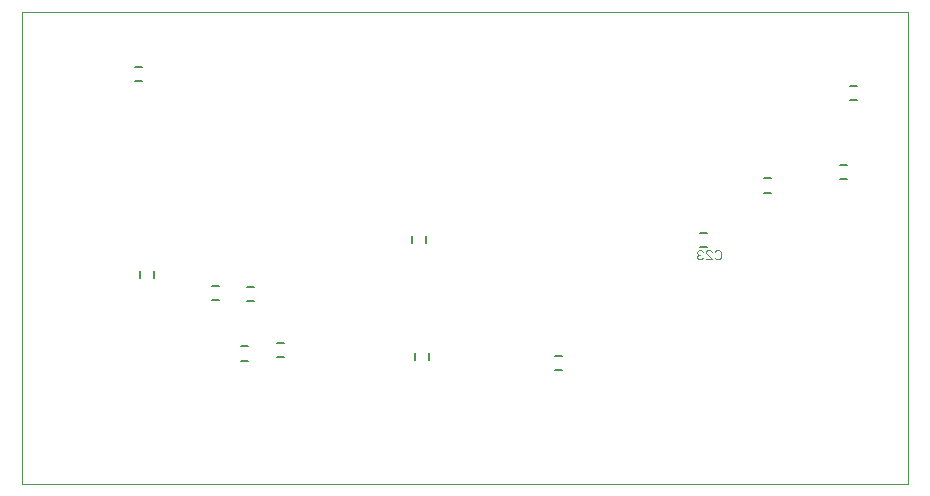
<source format=gbo>
G75*
%MOIN*%
%OFA0B0*%
%FSLAX25Y25*%
%IPPOS*%
%LPD*%
%AMOC8*
5,1,8,0,0,1.08239X$1,22.5*
%
%ADD10C,0.00039*%
%ADD11C,0.00600*%
%ADD12C,0.00300*%
D10*
X0030978Y0001256D02*
X0030978Y0158736D01*
X0326339Y0158736D01*
X0326339Y0001256D01*
X0030978Y0001256D01*
D11*
X0103781Y0042417D02*
X0106143Y0042417D01*
X0106143Y0047142D02*
X0103781Y0047142D01*
X0115741Y0048272D02*
X0118104Y0048272D01*
X0118104Y0043547D02*
X0115741Y0043547D01*
X0108123Y0062378D02*
X0105761Y0062378D01*
X0105761Y0067102D02*
X0108123Y0067102D01*
X0096698Y0067331D02*
X0094336Y0067331D01*
X0094336Y0062606D02*
X0096698Y0062606D01*
X0074950Y0070024D02*
X0074950Y0072387D01*
X0070226Y0072387D02*
X0070226Y0070024D01*
X0160761Y0081610D02*
X0160761Y0083972D01*
X0165485Y0083972D02*
X0165485Y0081610D01*
X0166470Y0044878D02*
X0166470Y0042516D01*
X0161745Y0042516D02*
X0161745Y0044878D01*
X0208674Y0043890D02*
X0211037Y0043890D01*
X0211037Y0039165D02*
X0208674Y0039165D01*
X0256887Y0080197D02*
X0259249Y0080197D01*
X0259249Y0084921D02*
X0256887Y0084921D01*
X0278213Y0098439D02*
X0280575Y0098439D01*
X0280575Y0103163D02*
X0278213Y0103163D01*
X0303626Y0102824D02*
X0305989Y0102824D01*
X0305989Y0107549D02*
X0303626Y0107549D01*
X0306914Y0129324D02*
X0309276Y0129324D01*
X0309276Y0134049D02*
X0306914Y0134049D01*
X0070804Y0135469D02*
X0068442Y0135469D01*
X0068442Y0140193D02*
X0070804Y0140193D01*
D12*
X0255930Y0078678D02*
X0255930Y0078194D01*
X0256413Y0077710D01*
X0255930Y0077227D01*
X0255930Y0076743D01*
X0256413Y0076259D01*
X0257381Y0076259D01*
X0257865Y0076743D01*
X0258876Y0076259D02*
X0260811Y0076259D01*
X0258876Y0078194D01*
X0258876Y0078678D01*
X0259360Y0079162D01*
X0260327Y0079162D01*
X0260811Y0078678D01*
X0261823Y0078678D02*
X0262306Y0079162D01*
X0263274Y0079162D01*
X0263758Y0078678D01*
X0263758Y0076743D01*
X0263274Y0076259D01*
X0262306Y0076259D01*
X0261823Y0076743D01*
X0257865Y0078678D02*
X0257381Y0079162D01*
X0256413Y0079162D01*
X0255930Y0078678D01*
X0256413Y0077710D02*
X0256897Y0077710D01*
M02*

</source>
